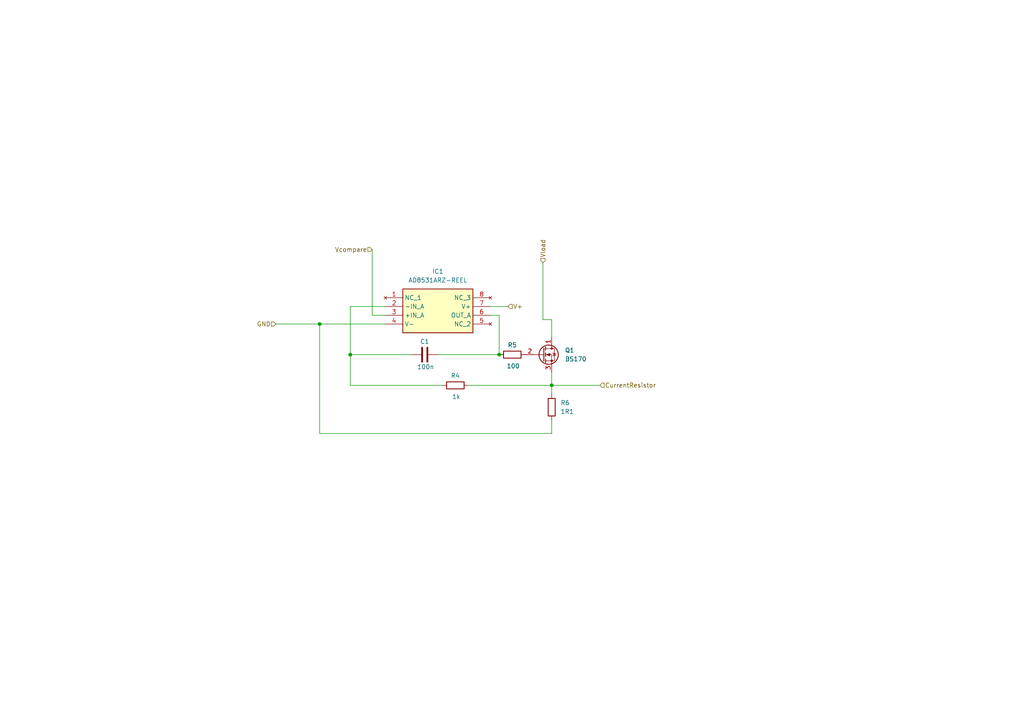
<source format=kicad_sch>
(kicad_sch (version 20250114) (generator "eeschema") (generator_version "9.0")
  (paper "A4")
  (lib_symbols
    (symbol "AD8531ARZ-REEL:AD8531ARZ-REEL"
      (property "Reference" "IC" (at 26.67 7.62 0))
      (property "Value" "AD8531ARZ-REEL" (at 26.67 5.08 0))
      (symbol "AD8531ARZ-REEL_1_1"
        (rectangle (start 5.08 2.54) (end 25.4 -10.16) (stroke (width 0.254)) (fill (type background)))
        (pin no_connect line (at 0 0 0) (length 5.08) (name "NC_1") (number "1"))
        (pin input line (at 0 -2.54 0) (length 5.08) (name "-IN_A") (number "2"))
        (pin input line (at 0 -5.08 0) (length 5.08) (name "+IN_A") (number "3"))
        (pin power_in line (at 0 -7.62 0) (length 5.08) (name "V-") (number "4"))
        (pin no_connect line (at 30.48 0 180) (length 5.08) (name "NC_3") (number "8"))
        (pin power_in line (at 30.48 -2.54 180) (length 5.08) (name "V+") (number "7"))
        (pin output line (at 30.48 -5.08 180) (length 5.08) (name "OUT_A") (number "6"))
        (pin no_connect line (at 30.48 -7.62 180) (length 5.08) (name "NC_2") (number "5"))
      )
    )
    (symbol "Device:C" (pin_numbers (hide yes)) (pin_names (offset 0.254))
      (property "Reference" "C" (at 0.635 2.54 0))
      (property "Value" "C" (at 0.635 -2.54 0))
      (symbol "C_0_1"
        (polyline (pts (xy -2.032 0.762) (xy 2.032 0.762)) (stroke (width 0.508)))
        (polyline (pts (xy -2.032 -0.762) (xy 2.032 -0.762)) (stroke (width 0.508)))
      )
      (symbol "C_1_1"
        (pin passive line (at 0 3.81 270) (length 2.794) (name "~") (number "1"))
        (pin passive line (at 0 -3.81 90) (length 2.794) (name "~") (number "2"))
      )
    )
    (symbol "Device:R" (pin_numbers (hide yes)) (pin_names (offset 0))
      (property "Reference" "R" (at 2.032 0 90))
      (property "Value" "R" (at 0 0 90))
      (symbol "R_0_1"
        (rectangle (start -1.016 -2.54) (end 1.016 2.54) (stroke (width 0.254)))
      )
      (symbol "R_1_1"
        (pin passive line (at 0 3.81 270) (length 1.27) (name "~") (number "1"))
        (pin passive line (at 0 -3.81 90) (length 1.27) (name "~") (number "2"))
      )
    )
    (symbol "Transistor_FET:BS170" (pin_names (hide yes))
      (property "Reference" "Q" (at 5.08 1.905 0))
      (property "Value" "BS170" (at 5.08 0 0))
      (symbol "BS170_0_1"
        (polyline (pts (xy 0.254 1.905) (xy 0.254 -1.905)) (stroke (width 0.254)))
        (polyline (pts (xy 0.254 0) (xy -2.54 0)))
        (polyline (pts (xy 0.762 2.286) (xy 0.762 1.27)) (stroke (width 0.254)))
        (polyline (pts (xy 0.762 0.508) (xy 0.762 -0.508)) (stroke (width 0.254)))
        (polyline (pts (xy 0.762 -1.27) (xy 0.762 -2.286)) (stroke (width 0.254)))
        (polyline (pts (xy 0.762 -1.778) (xy 3.302 -1.778) (xy 3.302 1.778) (xy 0.762 1.778)))
        (polyline (pts (xy 1.016 0) (xy 2.032 0.381) (xy 2.032 -0.381) (xy 1.016 0)) (fill (type outline)))
        (circle (center 1.651 0) (radius 2.794) (stroke (width 0.254)))
        (polyline (pts (xy 2.54 2.54) (xy 2.54 1.778)))
        (circle (center 2.54 1.778) (radius 0.254) (fill (type outline)))
        (circle (center 2.54 -1.778) (radius 0.254) (fill (type outline)))
        (polyline (pts (xy 2.54 -2.54) (xy 2.54 0) (xy 0.762 0)))
        (polyline (pts (xy 2.794 0.508) (xy 2.921 0.381) (xy 3.683 0.381) (xy 3.81 0.254)))
        (polyline (pts (xy 3.302 0.381) (xy 2.921 -0.254) (xy 3.683 -0.254) (xy 3.302 0.381)))
      )
      (symbol "BS170_1_1"
        (pin input line (at -5.08 0 0) (length 2.54) (name "G") (number "2"))
        (pin passive line (at 2.54 5.08 270) (length 2.54) (name "D") (number "1"))
        (pin passive line (at 2.54 -5.08 90) (length 2.54) (name "S") (number "3"))
      )
    )
  )
  (junction (at 160.02 111.76))
  (junction (at 144.78 102.87))
  (junction (at 92.71 93.98))
  (junction (at 101.6 102.87))
  (wire (pts (xy 101.6 111.76) (xy 128.27 111.76)))
  (wire (pts (xy 111.76 88.9) (xy 101.6 88.9)))
  (wire (pts (xy 157.48 92.71) (xy 160.02 92.71)))
  (wire (pts (xy 142.24 88.9) (xy 147.32 88.9)))
  (wire (pts (xy 107.95 91.44) (xy 107.95 72.39)))
  (wire (pts (xy 160.02 92.71) (xy 160.02 97.79)))
  (wire (pts (xy 160.02 114.3) (xy 160.02 111.76)))
  (wire (pts (xy 127 102.87) (xy 144.78 102.87)))
  (wire (pts (xy 101.6 88.9) (xy 101.6 102.87)))
  (wire (pts (xy 160.02 107.95) (xy 160.02 111.76)))
  (wire (pts (xy 157.48 76.2) (xy 157.48 92.71)))
  (wire (pts (xy 142.24 91.44) (xy 144.78 91.44)))
  (wire (pts (xy 111.76 91.44) (xy 107.95 91.44)))
  (wire (pts (xy 101.6 102.87) (xy 101.6 111.76)))
  (wire (pts (xy 160.02 125.73) (xy 92.71 125.73)))
  (wire (pts (xy 173.99 111.76) (xy 160.02 111.76)))
  (wire (pts (xy 160.02 121.92) (xy 160.02 125.73)))
  (wire (pts (xy 92.71 125.73) (xy 92.71 93.98)))
  (wire (pts (xy 92.71 93.98) (xy 111.76 93.98)))
  (wire (pts (xy 92.71 93.98) (xy 80.01 93.98)))
  (wire (pts (xy 135.89 111.76) (xy 160.02 111.76)))
  (wire (pts (xy 144.78 91.44) (xy 144.78 102.87)))
  (wire (pts (xy 101.6 102.87) (xy 119.38 102.87)))
  (hierarchical_label "Vload" (shape input) (at 157.48 76.2 90))
  (hierarchical_label "CurrentResistor" (shape input) (at 173.99 111.76 0))
  (hierarchical_label "GND" (shape input) (at 80.01 93.98 180))
  (hierarchical_label "Vcompare" (shape input) (at 107.95 72.39 180))
  (hierarchical_label "V+" (shape input) (at 147.32 88.9 0))
  (symbol (lib_id "Device:R") (at 148.59 102.87 90) (unit 1)
    (property "Reference" "R5" (at 148.59 100.076 90))
    (property "Value" "100" (at 148.844 106.172 90))
    (property "Footprint" "Resistor_SMD:R_2512_6332Metric_Pad1.40x3.35mm_HandSolder" (effects (hide yes)))
    (property "Description" "Resistor" (effects (hide yes)))
  )
  (symbol (lib_id "Device:C") (at 123.19 102.87 90) (unit 1)
    (property "Reference" "C1" (at 123.19 99.06 90))
    (property "Value" "100n" (at 123.444 106.426 90))
    (property "Footprint" "Capacitor_SMD:C_1210_3225Metric_Pad1.33x2.70mm_HandSolder" (effects (hide yes)))
    (property "Description" "Unpolarized capacitor" (effects (hide yes)))
  )
  (symbol (lib_id "AD8531ARZ-REEL:AD8531ARZ-REEL") (at 111.76 86.36 0) (unit 1)
    (property "Reference" "IC1" (at 127 78.74 0))
    (property "Value" "AD8531ARZ-REEL" (at 127 81.28 0))
    (property "Footprint" "Package_SO:SOIC-8_3.9x4.9mm_P1.27mm" (effects (hide yes)))
    (property "Datasheet" "https://www.analog.com/AD8531/datasheet" (effects (hide yes)))
    (property "Description" "250 mA Output, Low Cost, Single-Supply Amplifier" (effects (hide yes)))
    (property "Height" "1.75" (effects (hide yes)))
    (property "Mouser Part Number" "584-AD8531ARZ-R" (effects (hide yes)))
    (property "Mouser Price/Stock" "https://www.mouser.co.uk/ProductDetail/Analog-Devices/AD8531ARZ-REEL?qs=%2FtpEQrCGXCyCyVbrdDIVlg%3D%3D" (effects (hide yes)))
    (property "Manufacturer_Name" "Analog Devices" (effects (hide yes)))
    (property "Manufacturer_Part_Number" "AD8531ARZ-REEL" (effects (hide yes)))
  )
  (symbol (lib_id "Device:R") (at 160.02 118.11 0) (unit 1)
    (property "Reference" "R6" (at 162.56 116.8399 0) (effects (justify left)))
    (property "Value" "1R1" (at 162.56 119.3799 0) (effects (justify left)))
    (property "Footprint" "Resistor_SMD:R_2512_6332Metric_Pad1.40x3.35mm_HandSolder" (effects (hide yes)))
    (property "Description" "Resistor" (effects (hide yes)))
  )
  (symbol (lib_id "Transistor_FET:BS170") (at 157.48 102.87 0) (unit 1)
    (property "Reference" "Q1" (at 163.83 101.5999 0) (effects (justify left)))
    (property "Value" "BS170" (at 163.83 104.1399 0) (effects (justify left)))
    (property "Footprint" "Package_TO_SOT_SMD:SOT-23_Handsoldering" (effects (hide yes)))
    (property "Datasheet" "https://www.onsemi.com/pub/Collateral/BS170-D.PDF" (effects (hide yes)))
    (property "Description" "0.5A Id, 60V Vds, N-Channel MOSFET, TO-92" (effects (hide yes)))
  )
  (symbol (lib_id "Device:R") (at 132.08 111.76 90) (unit 1)
    (property "Reference" "R4" (at 132.08 108.966 90))
    (property "Value" "1k" (at 132.334 115.062 90))
    (property "Footprint" "Resistor_SMD:R_2512_6332Metric_Pad1.40x3.35mm_HandSolder" (effects (hide yes)))
    (property "Description" "Resistor" (effects (hide yes)))
  )
)
</source>
